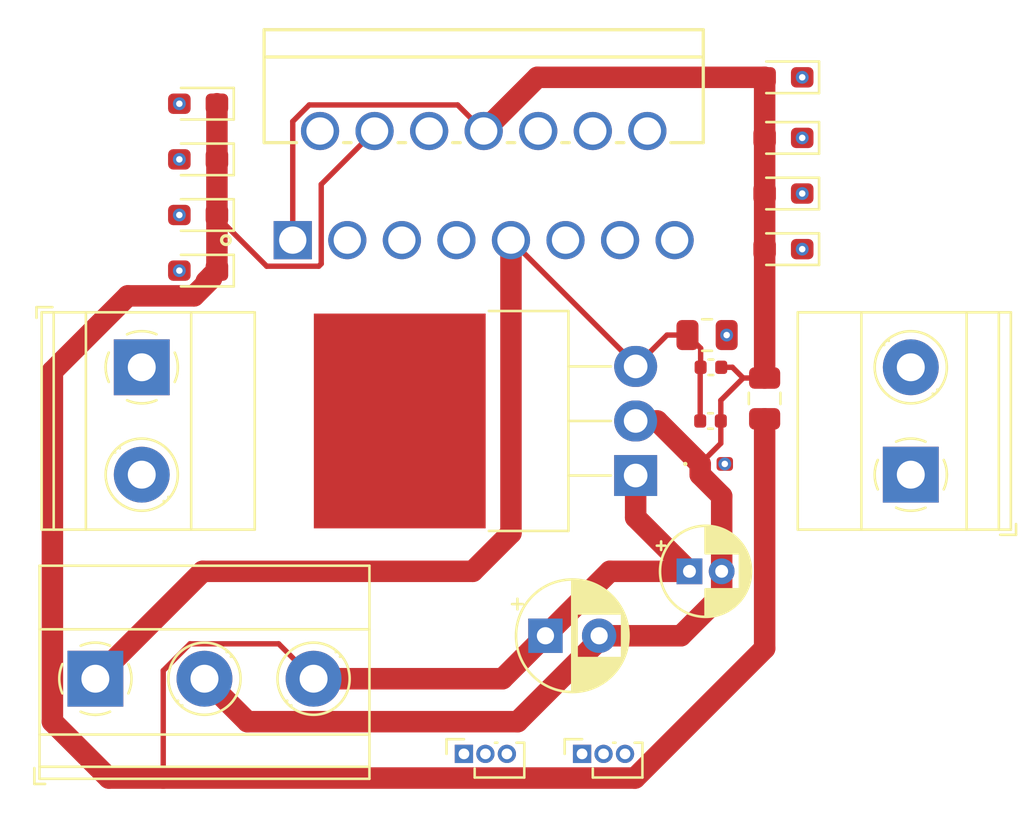
<source format=kicad_pcb>
(kicad_pcb (version 20240108) (generator "pcbnew") (generator_version "8.0")
  (layers (0 "F.Cu" power "GND") (1 "In1.Cu" power "PWR") (2 "In2.Cu" signal "dNets") (31 "B.Cu" signal "pinNets") (34 "B.Paste" user) (35 "F.Paste" user) (36 "B.SilkS" user "B.Silkscreen") (37 "F.SilkS" user "F.Silkscreen") (38 "B.Mask" user) (39 "F.Mask" user) (44 "Edge.Cuts" user))
  (net 0 "")
  (net 1 "+12V")
  (net 2 "GND")
  (net 3 "+5V")
  (net 4 "Net-(D1-A)")
  (net 5 "Net-(D2-A)")
  (net 6 "Net-(D3-A)")
  (net 7 "Net-(D4-A)")
  (net 8 "Net-(D5-A)")
  (net 9 "Net-(J3-Pin_3)")
  (net 10 "Net-(J3-Pin_2)")
  (net 11 "Net-(J3-Pin_1)")
  (net 12 "Net-(J4-Pin_1)")
  (net 13 "Net-(J4-Pin_2)")
  (net 14 "Net-(J4-Pin_3)")
  (footprint "TerminalBlock_Phoenix:TerminalBlock_Phoenix_MKDS-1,5-3-5.08_1x03_P5.08mm_Horizontal" (layer "F.Cu") (at 122.84 86.5)
    (property "Reference" "J5" (hide yes))
    (property "Value" "Conn_01x03" (hide yes))
    (fp_line (start -2.84 4.16) (end -2.84 4.9) (stroke (width 0.12)) (layer "F.SilkS"))
    (fp_line (start -2.84 4.9) (end -2.34 4.9) (stroke (width 0.12)) (layer "F.SilkS"))
    (fp_line (start -2.6 -5.261) (end -2.6 4.66) (stroke (width 0.12)) (layer "F.SilkS"))
    (fp_line (start -2.6 -5.261) (end 12.76 -5.261) (stroke (width 0.12)) (layer "F.SilkS"))
    (fp_line (start -2.6 -2.301) (end 12.76 -2.301) (stroke (width 0.12)) (layer "F.SilkS"))
    (fp_line (start -2.6 2.6) (end 12.76 2.6) (stroke (width 0.12)) (layer "F.SilkS"))
    (fp_line (start -2.6 4.1) (end 12.76 4.1) (stroke (width 0.12)) (layer "F.SilkS"))
    (fp_line (start -2.6 4.66) (end 12.76 4.66) (stroke (width 0.12)) (layer "F.SilkS"))
    (fp_line (start 3.853 1.023) (end 3.806 1.069) (stroke (width 0.12)) (layer "F.SilkS"))
    (fp_line (start 4.046 1.239) (end 4.011 1.274) (stroke (width 0.12)) (layer "F.SilkS"))
    (fp_line (start 6.15 -1.275) (end 6.115 -1.239) (stroke (width 0.12)) (layer "F.SilkS"))
    (fp_line (start 6.355 -1.069) (end 6.308 -1.023) (stroke (width 0.12)) (layer "F.SilkS"))
    (fp_line (start 8.933 1.023) (end 8.886 1.069) (stroke (width 0.12)) (layer "F.SilkS"))
    (fp_line (start 9.126 1.239) (end 9.091 1.274) (stroke (width 0.12)) (layer "F.SilkS"))
    (fp_line (start 11.23 -1.275) (end 11.195 -1.239) (stroke (width 0.12)) (layer "F.SilkS"))
    (fp_line (start 11.435 -1.069) (end 11.388 -1.023) (stroke (width 0.12)) (layer "F.SilkS"))
    (fp_line (start 12.76 -5.261) (end 12.76 4.66) (stroke (width 0.12)) (layer "F.SilkS"))
    (fp_arc (start -1.535427 0.683042) (mid -1.680501 -0.000524) (end -1.535 -0.684) (stroke (width 0.12)) (layer "F.SilkS"))
    (fp_arc (start -0.683042 -1.535427) (mid 0.000524 -1.680501) (end 0.684 -1.535) (stroke (width 0.12)) (layer "F.SilkS"))
    (fp_arc (start 0.028805 1.680253) (mid -0.335551 1.646659) (end -0.684 1.535) (stroke (width 0.12)) (layer "F.SilkS"))
    (fp_arc (start 0.683318 1.534756) (mid 0.349292 1.643288) (end 0 1.68) (stroke (width 0.12)) (layer "F.SilkS"))
    (fp_arc (start 1.535427 -0.683042) (mid 1.680501 0.000524) (end 1.535 0.684) (stroke (width 0.12)) (layer "F.SilkS"))
    (fp_circle (center 5.08 0) (end 6.76 0) (stroke (width 0.12)) (fill none) (layer "F.SilkS"))
    (fp_circle (center 10.16 0) (end 11.84 0) (stroke (width 0.12)) (fill none) (layer "F.SilkS"))
    (pad "1" thru_hole rect (at 0 0) (size 2.6 2.6) (drill 1.3) (layers "*.Cu" "*.Mask") (net 3 "+5V"))
    (pad "2" thru_hole circle (at 5.08 0) (size 2.6 2.6) (drill 1.3) (layers "*.Cu" "*.Mask") (net 2 "GND"))
    (pad "3" thru_hole circle (at 10.16 0) (size 2.6 2.6) (drill 1.3) (layers "*.Cu" "*.Mask") (net 1 "+12V"))
  )
  (footprint "Diode_SMD:D_0603_1608Metric_Pad1.05x0.95mm_HandSolder" (layer "F.Cu") (at 154.875 66.5 180)
    (property "Reference" "D6" (hide yes))
    (property "Value" "1N4001" (hide yes))
    (fp_line (start 0.8 -0.735) (end -1.66 -0.735) (stroke (width 0.12)) (layer "F.SilkS"))
    (fp_line (start -1.66 0.735) (end 0.8 0.735) (stroke (width 0.12)) (layer "F.SilkS"))
    (fp_line (start -1.66 -0.735) (end -1.66 0.735) (stroke (width 0.12)) (layer "F.SilkS"))
    (pad "1" smd roundrect (at -0.875 0 180) (size 1.05 0.95) (layers "F.Cu" "F.Paste" "F.Mask") (net 5 "Net-(D2-A)"))
    (pad "2" smd roundrect (at 0.875 0 180) (size 1.05 0.95) (layers "F.Cu" "F.Paste" "F.Mask") (net 2 "GND"))
  )
  (footprint "Diode_SMD:D_0603_1608Metric_Pad1.05x0.95mm_HandSolder" (layer "F.Cu") (at 127.625 59.73 180)
    (property "Reference" "D5" (hide yes))
    (property "Value" "1N4001" (hide yes))
    (fp_line (start 0.8 -0.735) (end -1.66 -0.735) (stroke (width 0.12)) (layer "F.SilkS"))
    (fp_line (start -1.66 0.735) (end 0.8 0.735) (stroke (width 0.12)) (layer "F.SilkS"))
    (fp_line (start -1.66 -0.735) (end -1.66 0.735) (stroke (width 0.12)) (layer "F.SilkS"))
    (pad "1" smd roundrect (at -0.875 0 180) (size 1.05 0.95) (layers "F.Cu" "F.Paste" "F.Mask") (net 1 "+12V"))
    (pad "2" smd roundrect (at 0.875 0 180) (size 1.05 0.95) (layers "F.Cu" "F.Paste" "F.Mask") (net 8 "Net-(D5-A)"))
  )
  (footprint "Capacitor_THT:CP_Radial_D5.0mm_P2.50mm" (layer "F.Cu") (at 143.794888 84.5)
    (property "Reference" "C1" (hide yes))
    (property "Value" "1000µF" (hide yes))
    (fp_line (start -1.554775 -1.475) (end -1.054775 -1.475) (stroke (width 0.12)) (layer "F.SilkS"))
    (fp_line (start -1.304775 -1.725) (end -1.304775 -1.225) (stroke (width 0.12)) (layer "F.SilkS"))
    (fp_line (start 1.25 -2.58) (end 1.25 2.58) (stroke (width 0.12)) (layer "F.SilkS"))
    (fp_line (start 1.29 -2.58) (end 1.29 2.58) (stroke (width 0.12)) (layer "F.SilkS"))
    (fp_line (start 1.33 -2.579) (end 1.33 2.579) (stroke (width 0.12)) (layer "F.SilkS"))
    (fp_line (start 1.37 -2.578) (end 1.37 2.578) (stroke (width 0.12)) (layer "F.SilkS"))
    (fp_line (start 1.41 -2.576) (end 1.41 2.576) (stroke (width 0.12)) (layer "F.SilkS"))
    (fp_line (start 1.45 -2.573) (end 1.45 2.573) (stroke (width 0.12)) (layer "F.SilkS"))
    (fp_line (start 1.49 -2.569) (end 1.49 -1.04) (stroke (width 0.12)) (layer "F.SilkS"))
    (fp_line (start 1.49 1.04) (end 1.49 2.569) (stroke (width 0.12)) (layer "F.SilkS"))
    (fp_line (start 1.53 -2.565) (end 1.53 -1.04) (stroke (width 0.12)) (layer "F.SilkS"))
    (fp_line (start 1.53 1.04) (end 1.53 2.565) (stroke (width 0.12)) (layer "F.SilkS"))
    (fp_line (start 1.57 -2.561) (end 1.57 -1.04) (stroke (width 0.12)) (layer "F.SilkS"))
    (fp_line (start 1.57 1.04) (end 1.57 2.561) (stroke (width 0.12)) (layer "F.SilkS"))
    (fp_line (start 1.61 -2.556) (end 1.61 -1.04) (stroke (width 0.12)) (layer "F.SilkS"))
    (fp_line (start 1.61 1.04) (end 1.61 2.556) (stroke (width 0.12)) (layer "F.SilkS"))
    (fp_line (start 1.65 -2.55) (end 1.65 -1.04) (stroke (width 0.12)) (layer "F.SilkS"))
    (fp_line (start 1.65 1.04) (end 1.65 2.55) (stroke (width 0.12)) (layer "F.SilkS"))
    (fp_line (start 1.69 -2.543) (end 1.69 -1.04) (stroke (width 0.12)) (layer "F.SilkS"))
    (fp_line (start 1.69 1.04) (end 1.69 2.543) (stroke (width 0.12)) (layer "F.SilkS"))
    (fp_line (start 1.73 -2.536) (end 1.73 -1.04) (stroke (width 0.12)) (layer "F.SilkS"))
    (fp_line (start 1.73 1.04) (end 1.73 2.536) (stroke (width 0.12)) (layer "F.SilkS"))
    (fp_line (start 1.77 -2.528) (end 1.77 -1.04) (stroke (width 0.12)) (layer "F.SilkS"))
    (fp_line (start 1.77 1.04) (end 1.77 2.528) (stroke (width 0.12)) (layer "F.SilkS"))
    (fp_line (start 1.81 -2.52) (end 1.81 -1.04) (stroke (width 0.12)) (layer "F.SilkS"))
    (fp_line (start 1.81 1.04) (end 1.81 2.52) (stroke (width 0.12)) (layer "F.SilkS"))
    (fp_line (start 1.85 -2.511) (end 1.85 -1.04) (stroke (width 0.12)) (layer "F.SilkS"))
    (fp_line (start 1.85 1.04) (end 1.85 2.511) (stroke (width 0.12)) (layer "F.SilkS"))
    (fp_line (start 1.89 -2.501) (end 1.89 -1.04) (stroke (width 0.12)) (layer "F.SilkS"))
    (fp_line (start 1.89 1.04) (end 1.89 2.501) (stroke (width 0.12)) (layer "F.SilkS"))
    (fp_line (start 1.93 -2.491) (end 1.93 -1.04) (stroke (width 0.12)) (layer "F.SilkS"))
    (fp_line (start 1.93 1.04) (end 1.93 2.491) (stroke (width 0.12)) (layer "F.SilkS"))
    (fp_line (start 1.971 -2.48) (end 1.971 -1.04) (stroke (width 0.12)) (layer "F.SilkS"))
    (fp_line (start 1.971 1.04) (end 1.971 2.48) (stroke (width 0.12)) (layer "F.SilkS"))
    (fp_line (start 2.011 -2.468) (end 2.011 -1.04) (stroke (width 0.12)) (layer "F.SilkS"))
    (fp_line (start 2.011 1.04) (end 2.011 2.468) (stroke (width 0.12)) (layer "F.SilkS"))
    (fp_line (start 2.051 -2.455) (end 2.051 -1.04) (stroke (width 0.12)) (layer "F.SilkS"))
    (fp_line (start 2.051 1.04) (end 2.051 2.455) (stroke (width 0.12)) (layer "F.SilkS"))
    (fp_line (start 2.091 -2.442) (end 2.091 -1.04) (stroke (width 0.12)) (layer "F.SilkS"))
    (fp_line (start 2.091 1.04) (end 2.091 2.442) (stroke (width 0.12)) (layer "F.SilkS"))
    (fp_line (start 2.131 -2.428) (end 2.131 -1.04) (stroke (width 0.12)) (layer "F.SilkS"))
    (fp_line (start 2.131 1.04) (end 2.131 2.428) (stroke (width 0.12)) (layer "F.SilkS"))
    (fp_line (start 2.171 -2.414) (end 2.171 -1.04) (stroke (width 0.12)) (layer "F.SilkS"))
    (fp_line (start 2.171 1.04) (end 2.171 2.414) (stroke (width 0.12)) (layer "F.SilkS"))
    (fp_line (start 2.211 -2.398) (end 2.211 -1.04) (stroke (width 0.12)) (layer "F.SilkS"))
    (fp_line (start 2.211 1.04) (end 2.211 2.398) (stroke (width 0.12)) (layer "F.SilkS"))
    (fp_line (start 2.251 -2.382) (end 2.251 -1.04) (stroke (width 0.12)) (layer "F.SilkS"))
    (fp_line (start 2.251 1.04) (end 2.251 2.382) (stroke (width 0.12)) (layer "F.SilkS"))
    (fp_line (start 2.291 -2.365) (end 2.291 -1.04) (stroke (width 0.12)) (layer "F.SilkS"))
    (fp_line (start 2.291 1.04) (end 2.291 2.365) (stroke (width 0.12)) (layer "F.SilkS"))
    (fp_line (start 2.331 -2.348) (end 2.331 -1.04) (stroke (width 0.12)) (layer "F.SilkS"))
    (fp_line (start 2.331 1.04) (end 2.331 2.348) (stroke (width 0.12)) (layer "F.SilkS"))
    (fp_line (start 2.371 -2.329) (end 2.371 -1.04) (stroke (width 0.12)) (layer "F.SilkS"))
    (fp_line (start 2.371 1.04) (end 2.371 2.329) (stroke (width 0.12)) (layer "F.SilkS"))
    (fp_line (start 2.411 -2.31) (end 2.411 -1.04) (stroke (width 0.12)) (layer "F.SilkS"))
    (fp_line (start 2.411 1.04) (end 2.411 2.31) (stroke (width 0.12)) (layer "F.SilkS"))
    (fp_line (start 2.451 -2.29) (end 2.451 -1.04) (stroke (width 0.12)) (layer "F.SilkS"))
    (fp_line (start 2.451 1.04) (end 2.451 2.29) (stroke (width 0.12)) (layer "F.SilkS"))
    (fp_line (start 2.491 -2.268) (end 2.491 -1.04) (stroke (width 0.12)) (layer "F.SilkS"))
    (fp_line (start 2.491 1.04) (end 2.491 2.268) (stroke (width 0.12)) (layer "F.SilkS"))
    (fp_line (start 2.531 -2.247) (end 2.531 -1.04) (stroke (width 0.12)) (layer "F.SilkS"))
    (fp_line (start 2.531 1.04) (end 2.531 2.247) (stroke (width 0.12)) (layer "F.SilkS"))
    (fp_line (start 2.571 -2.224) (end 2.571 -1.04) (stroke (width 0.12)) (layer "F.SilkS"))
    (fp_line (start 2.571 1.04) (end 2.571 2.224) (stroke (width 0.12)) (layer "F.SilkS"))
    (fp_line (start 2.611 -2.2) (end 2.611 -1.04) (stroke (width 0.12)) (layer "F.SilkS"))
    (fp_line (start 2.611 1.04) (end 2.611 2.2) (stroke (width 0.12)) (layer "F.SilkS"))
    (fp_line (start 2.651 -2.175) (end 2.651 -1.04) (stroke (width 0.12)) (layer "F.SilkS"))
    (fp_line (start 2.651 1.04) (end 2.651 2.175) (stroke (width 0.12)) (layer "F.SilkS"))
    (fp_line (start 2.691 -2.149) (end 2.691 -1.04) (stroke (width 0.12)) (layer "F.SilkS"))
    (fp_line (start 2.691 1.04) (end 2.691 2.149) (stroke (width 0.12)) (layer "F.SilkS"))
    (fp_line (start 2.731 -2.122) (end 2.731 -1.04) (stroke (width 0.12)) (layer "F.SilkS"))
    (fp_line (start 2.731 1.04) (end 2.731 2.122) (stroke (width 0.12)) (layer "F.SilkS"))
    (fp_line (start 2.771 -2.095) (end 2.771 -1.04) (stroke (width 0.12)) (layer "F.SilkS"))
    (fp_line (start 2.771 1.04) (end 2.771 2.095) (stroke (width 0.12)) (layer "F.SilkS"))
    (fp_line (start 2.811 -2.065) (end 2.811 -1.04) (stroke (width 0.12)) (layer "F.SilkS"))
    (fp_line (start 2.811 1.04) (end 2.811 2.065) (stroke (width 0.12)) (layer "F.SilkS"))
    (fp_line (start 2.851 -2.035) (end 2.851 -1.04) (stroke (width 0.12)) (layer "F.SilkS"))
    (fp_line (start 2.851 1.04) (end 2.851 2.035) (stroke (width 0.12)) (layer "F.SilkS"))
    (fp_line (start 2.891 -2.004) (end 2.891 -1.04) (stroke (width 0.12)) (layer "F.SilkS"))
    (fp_line (start 2.891 1.04) (end 2.891 2.004) (stroke (width 0.12)) (layer "F.SilkS"))
    (fp_line (start 2.931 -1.971) (end 2.931 -1.04) (stroke (width 0.12)) (layer "F.SilkS"))
    (fp_line (start 2.931 1.04) (end 2.931 1.971) (stroke (width 0.12)) (layer "F.SilkS"))
    (fp_line (start 2.971 -1.937) (end 2.971 -1.04) (stroke (width 0.12)) (layer "F.SilkS"))
    (fp_line (start 2.971 1.04) (end 2.971 1.937) (stroke (width 0.12)) (layer "F.SilkS"))
    (fp_line (start 3.011 -1.901) (end 3.011 -1.04) (stroke (width 0.12)) (layer "F.SilkS"))
    (fp_line (start 3.011 1.04) (end 3.011 1.901) (stroke (width 0.12)) (layer "F.SilkS"))
    (fp_line (start 3.051 -1.864) (end 3.051 -1.04) (stroke (width 0.12)) (layer "F.SilkS"))
    (fp_line (start 3.051 1.04) (end 3.051 1.864) (stroke (width 0.12)) (layer "F.SilkS"))
    (fp_line (start 3.091 -1.826) (end 3.091 -1.04) (stroke (width 0.12)) (layer "F.SilkS"))
    (fp_line (start 3.091 1.04) (end 3.091 1.826) (stroke (width 0.12)) (layer "F.SilkS"))
    (fp_line (start 3.131 -1.785) (end 3.131 -1.04) (stroke (width 0.12)) (layer "F.SilkS"))
    (fp_line (start 3.131 1.04) (end 3.131 1.785) (stroke (width 0.12)) (layer "F.SilkS"))
    (fp_line (start 3.171 -1.743) (end 3.171 -1.04) (stroke (width 0.12)) (layer "F.SilkS"))
    (fp_line (start 3.171 1.04) (end 3.171 1.743) (stroke (width 0.12)) (layer "F.SilkS"))
    (fp_line (start 3.211 -1.699) (end 3.211 -1.04) (stroke (width 0.12)) (layer "F.SilkS"))
    (fp_line (start 3.211 1.04) (end 3.211 1.699) (stroke (width 0.12)) (layer "F.SilkS"))
    (fp_line (start 3.251 -1.653) (end 3.251 -1.04) (stroke (width 0.12)) (layer "F.SilkS"))
    (fp_line (start 3.251 1.04) (end 3.251 1.653) (stroke (width 0.12)) (layer "F.SilkS"))
    (fp_line (start 3.291 -1.605) (end 3.291 -1.04) (stroke (width 0.12)) (layer "F.SilkS"))
    (fp_line (start 3.291 1.04) (end 3.291 1.605) (stroke (width 0.12)) (layer "F.SilkS"))
    (fp_line (start 3.331 -1.554) (end 3.331 -1.04) (stroke (width 0.12)) (layer "F.SilkS"))
    (fp_line (start 3.331 1.04) (end 3.331 1.554) (stroke (width 0.12)) (layer "F.SilkS"))
    (fp_line (start 3.371 -1.5) (end 3.371 -1.04) (stroke (width 0.12)) (layer "F.SilkS"))
    (fp_line (start 3.371 1.04) (end 3.371 1.5) (stroke (width 0.12)) (layer "F.SilkS"))
    (fp_line (start 3.411 -1.443) (end 3.411 -1.04) (stroke (width 0.12)) (layer "F.SilkS"))
    (fp_line (start 3.411 1.04) (end 3.411 1.443) (stroke (width 0.12)) (layer "F.SilkS"))
    (fp_line (start 3.451 -1.383) (end 3.451 -1.04) (stroke (width 0.12)) (layer "F.SilkS"))
    (fp_line (start 3.451 1.04) (end 3.451 1.383) (stroke (width 0.12)) (layer "F.SilkS"))
    (fp_line (start 3.491 -1.319) (end 3.491 -1.04) (stroke (width 0.12)) (layer "F.SilkS"))
    (fp_line (start 3.491 1.04) (end 3.491 1.319) (stroke (width 0.12)) (layer "F.SilkS"))
    (fp_line (start 3.531 -1.251) (end 3.531 -1.04) (stroke (width 0.12)) (layer "F.SilkS"))
    (fp_line (start 3.531 1.04) (end 3.531 1.251) (stroke (width 0.12)) (layer "F.SilkS"))
    (fp_line (start 3.571 -1.178) (end 3.571 1.178) (stroke (width 0.12)) (layer "F.SilkS"))
    (fp_line (start 3.611 -1.098) (end 3.611 1.098) (stroke (width 0.12)) (layer "F.SilkS"))
    (fp_line (start 3.651 -1.011) (end 3.651 1.011) (stroke (width 0.12)) (layer "F.SilkS"))
    (fp_line (start 3.691 -0.915) (end 3.691 0.915) (stroke (width 0.12)) (layer "F.SilkS"))
    (fp_line (start 3.731 -0.805) (end 3.731 0.805) (stroke (width 0.12)) (layer "F.SilkS"))
    (fp_line (start 3.771 -0.677) (end 3.771 0.677) (stroke (width 0.12)) (layer "F.SilkS"))
    (fp_line (start 3.811 -0.518) (end 3.811 0.518) (stroke (width 0.12)) (layer "F.SilkS"))
    (fp_line (start 3.851 -0.284) (end 3.851 0.284) (stroke (width 0.12)) (layer "F.SilkS"))
    (fp_circle (center 1.25 0) (end 3.87 0) (stroke (width 0.12)) (fill none) (layer "F.SilkS"))
    (pad "1" thru_hole rect (at 0 0) (size 1.6 1.6) (drill 0.8) (layers "*.Cu" "*.Mask") (net 1 "+12V"))
    (pad "2" thru_hole circle (at 2.5 0) (size 1.6 1.6) (drill 0.8) (layers "*.Cu" "*.Mask") (net 2 "GND"))
  )
  (footprint "Capacitor_SMD:C_0805_2012Metric" (layer "F.Cu") (at 154 73.45 90)
    (property "Reference" "C5" (hide yes))
    (property "Value" "220 µF" (hide yes))
    (fp_line (start -0.261252 -0.735) (end 0.261252 -0.735) (stroke (width 0.12)) (layer "F.SilkS"))
    (fp_line (start -0.261252 0.735) (end 0.261252 0.735) (stroke (width 0.12)) (layer "F.SilkS"))
    (pad "1" smd roundrect (at -0.95 0 90) (size 1 1.45) (layers "F.Cu" "F.Paste" "F.Mask") (net 1 "+12V"))
    (pad "2" smd roundrect (at 0.95 0 90) (size 1 1.45) (layers "F.Cu" "F.Paste" "F.Mask") (net 2 "GND"))
  )
  (footprint "Capacitor_SMD:C_0402_1005Metric" (layer "F.Cu") (at 151.5 72)
    (property "Reference" "C3" (hide yes))
    (property "Value" "1µF" (hide yes))
    (fp_line (start -0.107836 -0.36) (end 0.107836 -0.36) (stroke (width 0.12)) (layer "F.SilkS"))
    (fp_line (start -0.107836 0.36) (end 0.107836 0.36) (stroke (width 0.12)) (layer "F.SilkS"))
    (pad "1" smd roundrect (at -0.48 0) (size 0.56 0.62) (layers "F.Cu" "F.Paste" "F.Mask") (net 3 "+5V"))
    (pad "2" smd roundrect (at 0.48 0) (size 0.56 0.62) (layers "F.Cu" "F.Paste" "F.Mask") (net 2 "GND"))
  )
  (footprint "Diode_SMD:D_0603_1608Metric_Pad1.05x0.95mm_HandSolder" (layer "F.Cu") (at 154.875 63.91 180)
    (property "Reference" "D7" (hide yes))
    (property "Value" "1N4001" (hide yes))
    (fp_line (start 0.8 -0.735) (end -1.66 -0.735) (stroke (width 0.12)) (layer "F.SilkS"))
    (fp_line (start -1.66 0.735) (end 0.8 0.735) (stroke (width 0.12)) (layer "F.SilkS"))
    (fp_line (start -1.66 -0.735) (end -1.66 0.735) (stroke (width 0.12)) (layer "F.SilkS"))
    (pad "1" smd roundrect (at -0.875 0 180) (size 1.05 0.95) (layers "F.Cu" "F.Paste" "F.Mask") (net 6 "Net-(D3-A)"))
    (pad "2" smd roundrect (at 0.875 0 180) (size 1.05 0.95) (layers "F.Cu" "F.Paste" "F.Mask") (net 2 "GND"))
  )
  (footprint "LED_SMD:LED_0402_1005Metric_Pad0.77x0.64mm_HandSolder" (layer "F.Cu") (at 151.5725 76.5)
    (property "Reference" "D1" (hide yes))
    (property "Value" "LED_Small_Filled" (hide yes))
    (fp_circle (center -1.265 0) (end -1.215 0) (stroke (width 0.1)) (fill none) (layer "F.SilkS"))
    (pad "1" smd roundrect (at -0.5725 0) (size 0.765 0.64) (layers "F.Cu" "F.Paste" "F.Mask") (net 2 "GND"))
    (pad "2" smd roundrect (at 0.5725 0) (size 0.765 0.64) (layers "F.Cu" "F.Paste" "F.Mask") (net 4 "Net-(D1-A)"))
  )
  (footprint "Connector_PinSocket_1.00mm:PinSocket_1x03_P1.00mm_Vertical" (layer "F.Cu") (at 140 90 90)
    (property "Reference" "J3" (hide yes))
    (property "Value" "Conn_01x03" (hide yes))
    (fp_line (start 0.685 -0.81) (end 0.685 0) (stroke (width 0.12)) (layer "F.SilkS"))
    (fp_line (start 0 -0.81) (end 0.685 -0.81) (stroke (width 0.12)) (layer "F.SilkS"))
    (fp_line (start -1.1 0.5) (end -0.685 0.5) (stroke (width 0.12)) (layer "F.SilkS"))
    (fp_line (start -1.1 0.5) (end -1.1 2.81) (stroke (width 0.12)) (layer "F.SilkS"))
    (fp_line (start 0.52 1.445898) (end 0.52 1.554102) (stroke (width 0.12)) (layer "F.SilkS"))
    (fp_line (start 0.52 2.445898) (end 0.52 2.81) (stroke (width 0.12)) (layer "F.SilkS"))
    (fp_line (start -1.1 2.81) (end 0.52 2.81) (stroke (width 0.12)) (layer "F.SilkS"))
    (pad "1" thru_hole rect (at 0 0 90) (size 0.85 0.85) (drill 0.5) (layers "*.Cu" "*.Mask") (net 11 "Net-(J3-Pin_1)"))
    (pad "2" thru_hole oval (at 0 1 90) (size 0.85 0.85) (drill 0.5) (layers "*.Cu" "*.Mask") (net 10 "Net-(J3-Pin_2)"))
    (pad "3" thru_hole oval (at 0 2 90) (size 0.85 0.85) (drill 0.5) (layers "*.Cu" "*.Mask") (net 9 "Net-(J3-Pin_3)"))
  )
  (footprint "Diode_SMD:D_0603_1608Metric_Pad1.05x0.95mm_HandSolder" (layer "F.Cu") (at 154.875 61.32 180)
    (property "Reference" "D8" (hide yes))
    (property "Value" "1N4001" (hide yes))
    (fp_line (start 0.8 -0.735) (end -1.66 -0.735) (stroke (width 0.12)) (layer "F.SilkS"))
    (fp_line (start -1.66 0.735) (end 0.8 0.735) (stroke (width 0.12)) (layer "F.SilkS"))
    (fp_line (start -1.66 -0.735) (end -1.66 0.735) (stroke (width 0.12)) (layer "F.SilkS"))
    (pad "1" smd roundrect (at -0.875 0 180) (size 1.05 0.95) (layers "F.Cu" "F.Paste" "F.Mask") (net 7 "Net-(D4-A)"))
    (pad "2" smd roundrect (at 0.875 0 180) (size 1.05 0.95) (layers "F.Cu" "F.Paste" "F.Mask") (net 2 "GND"))
  )
  (footprint "Capacitor_THT:CP_Radial_D4.0mm_P1.50mm" (layer "F.Cu") (at 150.5 81.5)
    (property "Reference" "C2" (hide yes))
    (property "Value" "10µF" (hide yes))
    (fp_line (start -1.519801 -1.195) (end -1.119801 -1.195) (stroke (width 0.12)) (layer "F.SilkS"))
    (fp_line (start -1.319801 -1.395) (end -1.319801 -0.995) (stroke (width 0.12)) (layer "F.SilkS"))
    (fp_line (start 0.75 -2.08) (end 0.75 -0.84) (stroke (width 0.12)) (layer "F.SilkS"))
    (fp_line (start 0.75 0.84) (end 0.75 2.08) (stroke (width 0.12)) (layer "F.SilkS"))
    (fp_line (start 0.79 -2.08) (end 0.79 -0.84) (stroke (width 0.12)) (layer "F.SilkS"))
    (fp_line (start 0.79 0.84) (end 0.79 2.08) (stroke (width 0.12)) (layer "F.SilkS"))
    (fp_line (start 0.83 -2.079) (end 0.83 -0.84) (stroke (width 0.12)) (layer "F.SilkS"))
    (fp_line (start 0.83 0.84) (end 0.83 2.079) (stroke (width 0.12)) (layer "F.SilkS"))
    (fp_line (start 0.87 -2.077) (end 0.87 -0.84) (stroke (width 0.12)) (layer "F.SilkS"))
    (fp_line (start 0.87 0.84) (end 0.87 2.077) (stroke (width 0.12)) (layer "F.SilkS"))
    (fp_line (start 0.91 -2.074) (end 0.91 -0.84) (stroke (width 0.12)) (layer "F.SilkS"))
    (fp_line (start 0.91 0.84) (end 0.91 2.074) (stroke (width 0.12)) (layer "F.SilkS"))
    (fp_line (start 0.95 -2.071) (end 0.95 -0.84) (stroke (width 0.12)) (layer "F.SilkS"))
    (fp_line (start 0.95 0.84) (end 0.95 2.071) (stroke (width 0.12)) (layer "F.SilkS"))
    (fp_line (start 0.99 -2.067) (end 0.99 -0.84) (stroke (width 0.12)) (layer "F.SilkS"))
    (fp_line (start 0.99 0.84) (end 0.99 2.067) (stroke (width 0.12)) (layer "F.SilkS"))
    (fp_line (start 1.03 -2.062) (end 1.03 -0.84) (stroke (width 0.12)) (layer "F.SilkS"))
    (fp_line (start 1.03 0.84) (end 1.03 2.062) (stroke (width 0.12)) (layer "F.SilkS"))
    (fp_line (start 1.07 -2.056) (end 1.07 -0.84) (stroke (width 0.12)) (layer "F.SilkS"))
    (fp_line (start 1.07 0.84) (end 1.07 2.056) (stroke (width 0.12)) (layer "F.SilkS"))
    (fp_line (start 1.11 -2.05) (end 1.11 -0.84) (stroke (width 0.12)) (layer "F.SilkS"))
    (fp_line (start 1.11 0.84) (end 1.11 2.05) (stroke (width 0.12)) (layer "F.SilkS"))
    (fp_line (start 1.15 -2.042) (end 1.15 -0.84) (stroke (width 0.12)) (layer "F.SilkS"))
    (fp_line (start 1.15 0.84) (end 1.15 2.042) (stroke (width 0.12)) (layer "F.SilkS"))
    (fp_line (start 1.19 -2.034) (end 1.19 -0.84) (stroke (width 0.12)) (layer "F.SilkS"))
    (fp_line (start 1.19 0.84) (end 1.19 2.034) (stroke (width 0.12)) (layer "F.SilkS"))
    (fp_line (start 1.23 -2.025) (end 1.23 -0.84) (stroke (width 0.12)) (layer "F.SilkS"))
    (fp_line (start 1.23 0.84) (end 1.23 2.025) (stroke (width 0.12)) (layer "F.SilkS"))
    (fp_line (start 1.27 -2.016) (end 1.27 -0.84) (stroke (width 0.12)) (layer "F.SilkS"))
    (fp_line (start 1.27 0.84) (end 1.27 2.016) (stroke (width 0.12)) (layer "F.SilkS"))
    (fp_line (start 1.31 -2.005) (end 1.31 -0.84) (stroke (width 0.12)) (layer "F.SilkS"))
    (fp_line (start 1.31 0.84) (end 1.31 2.005) (stroke (width 0.12)) (layer "F.SilkS"))
    (fp_line (start 1.35 -1.994) (end 1.35 -0.84) (stroke (width 0.12)) (layer "F.SilkS"))
    (fp_line (start 1.35 0.84) (end 1.35 1.994) (stroke (width 0.12)) (layer "F.SilkS"))
    (fp_line (start 1.39 -1.982) (end 1.39 -0.84) (stroke (width 0.12)) (layer "F.SilkS"))
    (fp_line (start 1.39 0.84) (end 1.39 1.982) (stroke (width 0.12)) (layer "F.SilkS"))
    (fp_line (start 1.43 -1.968) (end 1.43 -0.84) (stroke (width 0.12)) (layer "F.SilkS"))
    (fp_line (start 1.43 0.84) (end 1.43 1.968) (stroke (width 0.12)) (layer "F.SilkS"))
    (fp_line (start 1.471 -1.954) (end 1.471 -0.84) (stroke (width 0.12)) (layer "F.SilkS"))
    (fp_line (start 1.471 0.84) (end 1.471 1.954) (stroke (width 0.12)) (layer "F.SilkS"))
    (fp_line (start 1.511 -1.94) (end 1.511 -0.84) (stroke (width 0.12)) (layer "F.SilkS"))
    (fp_line (start 1.511 0.84) (end 1.511 1.94) (stroke (width 0.12)) (layer "F.SilkS"))
    (fp_line (start 1.551 -1.924) (end 1.551 -0.84) (stroke (width 0.12)) (layer "F.SilkS"))
    (fp_line (start 1.551 0.84) (end 1.551 1.924) (stroke (width 0.12)) (layer "F.SilkS"))
    (fp_line (start 1.591 -1.907) (end 1.591 -0.84) (stroke (width 0.12)) (layer "F.SilkS"))
    (fp_line (start 1.591 0.84) (end 1.591 1.907) (stroke (width 0.12)) (layer "F.SilkS"))
    (fp_line (start 1.631 -1.889) (end 1.631 -0.84) (stroke (width 0.12)) (layer "F.SilkS"))
    (fp_line (start 1.631 0.84) (end 1.631 1.889) (stroke (width 0.12)) (layer "F.SilkS"))
    (fp_line (start 1.671 -1.87) (end 1.671 -0.84) (stroke (width 0.12)) (layer "F.SilkS"))
    (fp_line (start 1.671 0.84) (end 1.671 1.87) (stroke (width 0.12)) (layer "F.SilkS"))
    (fp_line (start 1.711 -1.851) (end 1.711 -0.84) (stroke (width 0.12)) (layer "F.SilkS"))
    (fp_line (start 1.711 0.84) (end 1.711 1.851) (stroke (width 0.12)) (layer "F.SilkS"))
    (fp_line (start 1.751 -1.83) (end 1.751 -0.84) (stroke (width 0.12)) (layer "F.SilkS"))
    (fp_line (start 1.751 0.84) (end 1.751 1.83) (stroke (width 0.12)) (layer "F.SilkS"))
    (fp_line (start 1.791 -1.808) (end 1.791 -0.84) (stroke (width 0.12)) (layer "F.SilkS"))
    (fp_line (start 1.791 0.84) (end 1.791 1.808) (stroke (width 0.12)) (layer "F.SilkS"))
    (fp_line (start 1.831 -1.785) (end 1.831 -0.84) (stroke (width 0.12)) (layer "F.SilkS"))
    (fp_line (start 1.831 0.84) (end 1.831 1.785) (stroke (width 0.12)) (layer "F.SilkS"))
    (fp_line (start 1.871 -1.76) (end 1.871 -0.84) (stroke (width 0.12)) (layer "F.SilkS"))
    (fp_line (start 1.871 0.84) (end 1.871 1.76) (stroke (width 0.12)) (layer "F.SilkS"))
    (fp_line (start 1.911 -1.735) (end 1.911 -0.84) (stroke (width 0.12)) (layer "F.SilkS"))
    (fp_line (start 1.911 0.84) (end 1.911 1.735) (stroke (width 0.12)) (layer "F.SilkS"))
    (fp_line (start 1.951 -1.708) (end 1.951 -0.84) (stroke (width 0.12)) (layer "F.SilkS"))
    (fp_line (start 1.951 0.84) (end 1.951 1.708) (stroke (width 0.12)) (layer "F.SilkS"))
    (fp_line (start 1.991 -1.68) (end 1.991 -0.84) (stroke (width 0.12)) (layer "F.SilkS"))
    (fp_line (start 1.991 0.84) (end 1.991 1.68) (stroke (width 0.12)) (layer "F.SilkS"))
    (fp_line (start 2.031 -1.65) (end 2.031 -0.84) (stroke (width 0.12)) (layer "F.SilkS"))
    (fp_line (start 2.031 0.84) (end 2.031 1.65) (stroke (width 0.12)) (layer "F.SilkS"))
    (fp_line (start 2.071 -1.619) (end 2.071 -0.84) (stroke (width 0.12)) (layer "F.SilkS"))
    (fp_line (start 2.071 0.84) (end 2.071 1.619) (stroke (width 0.12)) (layer "F.SilkS"))
    (fp_line (start 2.111 -1.587) (end 2.111 -0.84) (stroke (width 0.12)) (layer "F.SilkS"))
    (fp_line (start 2.111 0.84) (end 2.111 1.587) (stroke (width 0.12)) (layer "F.SilkS"))
    (fp_line (start 2.151 -1.552) (end 2.151 -0.84) (stroke (width 0.12)) (layer "F.SilkS"))
    (fp_line (start 2.151 0.84) (end 2.151 1.552) (stroke (width 0.12)) (layer "F.SilkS"))
    (fp_line (start 2.191 -1.516) (end 2.191 -0.84) (stroke (width 0.12)) (layer "F.SilkS"))
    (fp_line (start 2.191 0.84) (end 2.191 1.516) (stroke (width 0.12)) (layer "F.SilkS"))
    (fp_line (start 2.231 -1.478) (end 2.231 -0.84) (stroke (width 0.12)) (layer "F.SilkS"))
    (fp_line (start 2.231 0.84) (end 2.231 1.478) (stroke (width 0.12)) (layer "F.SilkS"))
    (fp_line (start 2.271 -1.438) (end 2.271 -0.84) (stroke (width 0.12)) (layer "F.SilkS"))
    (fp_line (start 2.271 0.84) (end 2.271 1.438) (stroke (width 0.12)) (layer "F.SilkS"))
    (fp_line (start 2.311 -1.396) (end 2.311 -0.84) (stroke (width 0.12)) (layer "F.SilkS"))
    (fp_line (start 2.311 0.84) (end 2.311 1.396) (stroke (width 0.12)) (layer "F.SilkS"))
    (fp_line (start 2.351 -1.351) (end 2.351 1.351) (stroke (width 0.12)) (layer "F.SilkS"))
    (fp_line (start 2.391 -1.304) (end 2.391 1.304) (stroke (width 0.12)) (layer "F.SilkS"))
    (fp_line (start 2.431 -1.254) (end 2.431 1.254) (stroke (width 0.12)) (layer "F.SilkS"))
    (fp_line (start 2.471 -1.2) (end 2.471 1.2) (stroke (width 0.12)) (layer "F.SilkS"))
    (fp_line (start 2.511 -1.142) (end 2.511 1.142) (stroke (width 0.12)) (layer "F.SilkS"))
    (fp_line (start 2.551 -1.08) (end 2.551 1.08) (stroke (width 0.12)) (layer "F.SilkS"))
    (fp_line (start 2.591 -1.013) (end 2.591 1.013) (stroke (width 0.12)) (layer "F.SilkS"))
    (fp_line (start 2.631 -0.94) (end 2.631 0.94) (stroke (width 0.12)) (layer "F.SilkS"))
    (fp_line (start 2.671 -0.859) (end 2.671 0.859) (stroke (width 0.12)) (layer "F.SilkS"))
    (fp_line (start 2.711 -0.768) (end 2.711 0.768) (stroke (width 0.12)) (layer "F.SilkS"))
    (fp_line (start 2.751 -0.664) (end 2.751 0.664) (stroke (width 0.12)) (layer "F.SilkS"))
    (fp_line (start 2.791 -0.537) (end 2.791 0.537) (stroke (width 0.12)) (layer "F.SilkS"))
    (fp_line (start 2.831 -0.37) (end 2.831 0.37) (stroke (width 0.12)) (layer "F.SilkS"))
    (fp_circle (center 0.75 0) (end 2.87 0) (stroke (width 0.12)) (fill none) (layer "F.SilkS"))
    (pad "1" thru_hole rect (at 0 0) (size 1.2 1.2) (drill 0.6) (layers "*.Cu" "*.Mask") (net 1 "+12V"))
    (pad "2" thru_hole circle (at 1.5 0) (size 1.2 1.2) (drill 0.6) (layers "*.Cu" "*.Mask") (net 2 "GND"))
  )
  (footprint "TerminalBlock_Phoenix:TerminalBlock_Phoenix_MKDS-1,5-2_1x02_P5.00mm_Horizontal" (layer "F.Cu") (at 160.805 77 90)
    (property "Reference" "J2" (hide yes))
    (property "Value" "Conn_01x02")
    (fp_line (start 7.56 -5.261) (end 7.56 4.66) (stroke (width 0.12)) (layer "F.SilkS"))
    (fp_line (start -2.56 -5.261) (end 7.56 -5.261) (stroke (width 0.12)) (layer "F.SilkS"))
    (fp_line (start -2.56 -5.261) (end -2.56 4.66) (stroke (width 0.12)) (layer "F.SilkS"))
    (fp_line (start -2.56 -2.301) (end 7.56 -2.301) (stroke (width 0.12)) (layer "F.SilkS"))
    (fp_line (start 6.07 -1.275) (end 6.035 -1.239) (stroke (width 0.12)) (layer "F.SilkS"))
    (fp_line (start 6.275 -1.069) (end 6.228 -1.023) (stroke (width 0.12)) (layer "F.SilkS"))
    (fp_line (start 3.773 1.023) (end 3.726 1.069) (stroke (width 0.12)) (layer "F.SilkS"))
    (fp_line (start 3.966 1.239) (end 3.931 1.274) (stroke (width 0.12)) (layer "F.SilkS"))
    (fp_line (start -2.56 2.6) (end 7.56 2.6) (stroke (width 0.12)) (layer "F.SilkS"))
    (fp_line (start -2.56 4.1) (end 7.56 4.1) (stroke (width 0.12)) (layer "F.SilkS"))
    (fp_line (start -2.8 4.16) (end -2.8 4.9) (stroke (width 0.12)) (layer "F.SilkS"))
    (fp_line (start -2.56 4.66) (end 7.56 4.66) (stroke (width 0.12)) (layer "F.SilkS"))
    (fp_line (start -2.8 4.9) (end -2.3 4.9) (stroke (width 0.12)) (layer "F.SilkS"))
    (fp_arc (start -0.683042 -1.535427) (mid 0.000524 -1.680501) (end 0.684 -1.535) (stroke (width 0.12)) (layer "F.SilkS"))
    (fp_arc (start 1.535427 -0.683042) (mid 1.680501 0.000524) (end 1.535 0.684) (stroke (width 0.12)) (layer "F.SilkS"))
    (fp_arc (start -1.535427 0.683042) (mid -1.680501 -0.000524) (end -1.535 -0.684) (stroke (width 0.12)) (layer "F.SilkS"))
    (fp_arc (start 0.683318 1.534756) (mid 0.349292 1.643288) (end 0 1.68) (stroke (width 0.12)) (layer "F.SilkS"))
    (fp_arc (start 0.028805 1.680253) (mid -0.335551 1.646659) (end -0.684 1.535) (stroke (width 0.12)) (layer "F.SilkS"))
    (fp_circle (center 5 0) (end 6.68 0) (stroke (width 0.12)) (fill none) (layer "F.SilkS"))
    (pad "1" thru_hole rect (at 0 0 90) (size 2.6 2.6) (drill 1.3) (layers "*.Cu" "*.Mask") (net 7 "Net-(D4-A)"))
    (pad "2" thru_hole circle (at 5 0 90) (size 2.6 2.6) (drill 1.3) (layers "*.Cu" "*.Mask") (net 8 "Net-(D5-A)"))
  )
  (footprint "TerminalBlock_Phoenix:TerminalBlock_Phoenix_MKDS-1,5-2_1x02_P5.00mm_Horizontal" (layer "F.Cu") (at 125 72 -90)
    (property "Reference" "J1" (hide yes))
    (property "Value" "Conn_01x02" (hide yes))
    (fp_line (start -2.8 4.9) (end -2.3 4.9) (stroke (width 0.12)) (layer "F.SilkS"))
    (fp_line (start -2.56 4.66) (end 7.56 4.66) (stroke (width 0.12)) (layer "F.SilkS"))
    (fp_line (start -2.8 4.16) (end -2.8 4.9) (stroke (width 0.12)) (layer "F.SilkS"))
    (fp_line (start -2.56 4.1) (end 7.56 4.1) (stroke (width 0.12)) (layer "F.SilkS"))
    (fp_line (start -2.56 2.6) (end 7.56 2.6) (stroke (width 0.12)) (layer "F.SilkS"))
    (fp_line (start 3.966 1.239) (end 3.931 1.274) (stroke (width 0.12)) (layer "F.SilkS"))
    (fp_line (start 3.773 1.023) (end 3.726 1.069) (stroke (width 0.12)) (layer "F.SilkS"))
    (fp_line (start 6.275 -1.069) (end 6.228 -1.023) (stroke (width 0.12)) (layer "F.SilkS"))
    (fp_line (start 6.07 -1.275) (end 6.035 -1.239) (stroke (width 0.12)) (layer "F.SilkS"))
    (fp_line (start -2.56 -2.301) (end 7.56 -2.301) (stroke (width 0.12)) (layer "F.SilkS"))
    (fp_line (start -2.56 -5.261) (end -2.56 4.66) (stroke (width 0.12)) (layer "F.SilkS"))
    (fp_line (start -2.56 -5.261) (end 7.56 -5.261) (stroke (width 0.12)) (layer "F.SilkS"))
    (fp_line (start 7.56 -5.261) (end 7.56 4.66) (stroke (width 0.12)) (layer "F.SilkS"))
    (fp_arc (start 0.028805 1.680253) (mid -0.335551 1.646659) (end -0.684 1.535) (stroke (width 0.12)) (layer "F.SilkS"))
    (fp_arc (start 0.683318 1.534756) (mid 0.349292 1.643288) (end 0 1.68) (stroke (width 0.12)) (layer "F.SilkS"))
    (fp_arc (start -1.535427 0.683042) (mid -1.680501 -0.000524) (end -1.535 -0.684) (stroke (width 0.12)) (layer "F.SilkS"))
    (fp_arc (start 1.535427 -0.683042) (mid 1.680501 0.000524) (end 1.535 0.684) (stroke (width 0.12)) (layer "F.SilkS"))
    (fp_arc (start -0.683042 -1.535427) (mid 0.000524 -1.680501) (end 0.684 -1.535) (stroke (width 0.12)) (layer "F.SilkS"))
    (fp_circle (center 5 0) (end 6.68 0) (stroke (width 0.12)) (fill none) (layer "F.SilkS"))
    (pad "1" thru_hole rect (at 0 0 270) (size 2.6 2.6) (drill 1.3) (layers "*.Cu" "*.Mask") (net 5 "Net-(D2-A)"))
    (pad "2" thru_hole circle (at 5 0 270) (size 2.6 2.6) (drill 1.3) (layers "*.Cu" "*.Mask") (net 6 "Net-(D3-A)"))
  )
  (footprint "Connector_PinSocket_1.00mm:PinSocket_1x03_P1.00mm_Vertical" (layer "F.Cu") (at 145.5 90 90)
    (property "Reference" "J4" (hide yes))
    (property "Value" "Conn_01x03" (hide yes))
    (fp_line (start 0.685 -0.81) (end 0.685 0) (stroke (width 0.12)) (layer "F.SilkS"))
    (fp_line (start 0 -0.81) (end 0.685 -0.81) (stroke (width 0.12)) (layer "F.SilkS"))
    (fp_line (start -1.1 0.5) (end -0.685 0.5) (stroke (width 0.12)) (layer "F.SilkS"))
    (fp_line (start -1.1 0.5) (end -1.1 2.81) (stroke (width 0.12)) (layer "F.SilkS"))
    (fp_line (start 0.52 1.445898) (end 0.52 1.554102) (stroke (width 0.12)) (layer "F.SilkS"))
    (fp_line (start 0.52 2.445898) (end 0.52 2.81) (stroke (width 0.12)) (layer "F.SilkS"))
    (fp_line (start -1.1 2.81) (end 0.52 2.81) (stroke (width 0.12)) (layer "F.SilkS"))
    (pad "1" thru_hole rect (at 0 0 90) (size 0.85 0.85) (drill 0.5) (layers "*.Cu" "*.Mask") (net 12 "Net-(J4-Pin_1)"))
    (pad "2" thru_hole oval (at 0 1 90) (size 0.85 0.85) (drill 0.5) (layers "*.Cu" "*.Mask") (net 13 "Net-(J4-Pin_2)"))
    (pad "3" thru_hole oval (at 0 2 90) (size 0.85 0.85) (drill 0.5) (layers "*.Cu" "*.Mask") (net 14 "Net-(J4-Pin_3)"))
  )
  (footprint "Diode_SMD:D_0603_1608Metric_Pad1.05x0.95mm_HandSolder" (layer "F.Cu") (at 127.625 67.5 180)
    (property "Reference" "D2" (hide yes))
    (property "Value" "1N4001" (hide yes))
    (fp_line (start 0.8 -0.735) (end -1.66 -0.735) (stroke (width 0.12)) (layer "F.SilkS"))
    (fp_line (start -1.66 0.735) (end 0.8 0.735) (stroke (width 0.12)) (layer "F.SilkS"))
    (fp_line (start -1.66 -0.735) (end -1.66 0.735) (stroke (width 0.12)) (layer "F.SilkS"))
    (pad "1" smd roundrect (at -0.875 0 180) (size 1.05 0.95) (layers "F.Cu" "F.Paste" "F.Mask") (net 1 "+12V"))
    (pad "2" smd roundrect (at 0.875 0 180) (size 1.05 0.95) (layers "F.Cu" "F.Paste" "F.Mask") (net 5 "Net-(D2-A)"))
  )
  (footprint "Resistor_SMD:R_0805_2012Metric" (layer "F.Cu") (at 151.32 70.5)
    (property "Reference" "R1" (hide yes))
    (property "Value" "1KΩ" (hide yes))
    (fp_line (start -0.227064 -0.735) (end 0.227064 -0.735) (stroke (width 0.12)) (layer "F.SilkS"))
    (fp_line (start -0.227064 0.735) (end 0.227064 0.735) (stroke (width 0.12)) (layer "F.SilkS"))
    (pad "1" smd roundrect (at -0.9125 0) (size 1.025 1.4) (layers "F.Cu" "F.Paste" "F.Mask") (roundrect_rratio 0.243902) (net 3 "+5V"))
    (pad "2" smd roundrect (at 0.9125 0) (size 1.025 1.4) (layers "F.Cu" "F.Paste" "F.Mask") (roundrect_rratio 0.243902) (net 4 "Net-(D1-A)"))
  )
  (footprint "Diode_SMD:D_0603_1608Metric_Pad1.05x0.95mm_HandSolder" (layer "F.Cu") (at 127.625 62.32 180)
    (property "Reference" "D4" (hide yes))
    (property "Value" "1N4001" (hide yes))
    (fp_line (start 0.8 -0.735) (end -1.66 -0.735) (stroke (width 0.12)) (layer "F.SilkS"))
    (fp_line (start -1.66 0.735) (end 0.8 0.735) (stroke (width 0.12)) (layer "F.SilkS"))
    (fp_line (start -1.66 -0.735) (end -1.66 0.735) (stroke (width 0.12)) (layer "F.SilkS"))
    (pad "1" smd roundrect (at -0.875 0 180) (size 1.05 0.95) (layers "F.Cu" "F.Paste" "F.Mask") (net 1 "+12V"))
    (pad "2" smd roundrect (at 0.875 0 180) (size 1.05 0.95) (layers "F.Cu" "F.Paste" "F.Mask") (net 7 "Net-(D4-A)"))
  )
  (footprint "Capacitor_SMD:C_0402_1005Metric" (layer "F.Cu") (at 151.48 74.5)
    (property "Reference" "C4" (hide yes))
    (property "Value" "0.1µF" (hide yes))
    (fp_line (start -0.107836 -0.36) (end 0.107836 -0.36) (stroke (width 0.12)) (layer "F.SilkS"))
    (fp_line (start -0.107836 0.36) (end 0.107836 0.36) (stroke (width 0.12)) (layer "F.SilkS"))
    (pad "1" smd roundrect (at -0.48 0) (size 0.56 0.62) (layers "F.Cu" "F.Paste" "F.Mask") (net 3 "+5V"))
    (pad "2" smd roundrect (at 0.48 0) (size 0.56 0.62) (layers "F.Cu" "F.Paste" "F.Mask") (net 2 "GND"))
  )
  (footprint "Diode_SMD:D_0603_1608Metric_Pad1.05x0.95mm_HandSolder" (layer "F.Cu") (at 127.625 64.91 180)
    (property "Reference" "D3" (hide yes))
    (property "Value" "1N4001" (hide yes))
    (fp_line (start 0.8 -0.735) (end -1.66 -0.735) (stroke (width 0.12)) (layer "F.SilkS"))
    (fp_line (start -1.66 0.735) (end 0.8 0.735) (stroke (width 0.12)) (layer "F.SilkS"))
    (fp_line (start -1.66 -0.735) (end -1.66 0.735) (stroke (width 0.12)) (layer "F.SilkS"))
    (pad "1" smd roundrect (at -0.875 0 180) (size 1.05 0.95) (layers "F.Cu" "F.Paste" "F.Mask") (net 1 "+12V"))
    (pad "2" smd roundrect (at 0.875 0 180) (size 1.05 0.95) (layers "F.Cu" "F.Paste" "F.Mask") (net 6 "Net-(D3-A)"))
  )
  (footprint "footprints:Multiwatt15_V_STM" (layer "F.Cu") (at 132.03 66.08)
    (property "Reference" "U1" (hide yes))
    (property "Value" "L298N" (hide yes))
    (fp_line (start -1.3335 -9.797034) (end -1.3335 -4.539234) (stroke (width 0.1524)) (layer "F.SilkS"))
    (fp_line (start -1.3335 -4.539234) (end 0.174454 -4.539234) (stroke (width 0.1524)) (layer "F.SilkS"))
    (fp_line (start -1.2065 -8.527034) (end 18.9865 -8.527034) (stroke (width 0.1524)) (layer "F.SilkS"))
    (fp_line (start 2.365546 -4.539234) (end 2.714454 -4.539234) (stroke (width 0.1524)) (layer "F.SilkS"))
    (fp_line (start 4.905546 -4.539234) (end 5.254454 -4.539234) (stroke (width 0.1524)) (layer "F.SilkS"))
    (fp_line (start 7.445546 -4.539234) (end 7.794454 -4.539234) (stroke (width 0.1524)) (layer "F.SilkS"))
    (fp_line (start 9.985546 -4.539234) (end 10.334454 -4.539234) (stroke (width 0.1524)) (layer "F.SilkS"))
    (fp_line (start 12.525546 -4.539234) (end 12.874454 -4.539234) (stroke (width 0.1524)) (layer "F.SilkS"))
    (fp_line (start 15.065546 -4.539234) (end 15.414454 -4.539234) (stroke (width 0.1524)) (layer "F.SilkS"))
    (fp_line (start 17.605546 -4.539234) (end 19.1135 -4.539234) (stroke (width 0.1524)) (layer "F.SilkS"))
    (fp_line (start 19.1135 -9.797034) (end -1.3335 -9.797034) (stroke (width 0.1524)) (layer "F.SilkS"))
    (fp_line (start 19.1135 -4.539234) (end 19.1135 -9.797034) (stroke (width 0.1524)) (layer "F.SilkS"))
    (fp_circle (center -3.1115 0) (end -2.9083 0) (stroke (width 0.1524)) (fill none) (layer "F.SilkS"))
    (pad "1" thru_hole rect (at 0 0) (size 1.778 1.778) (drill 1.27) (layers "*.Cu" "*.Mask") (net 2 "GND"))
    (pad "2" thru_hole circle (at 1.27 -5.08) (size 1.778 1.778) (drill 1.27) (layers "*.Cu" "*.Mask") (net 5 "Net-(D2-A)"))
    (pad "3" thru_hole circle (at 2.54 0) (size 1.778 1.778) (drill 1.27) (layers "*.Cu" "*.Mask") (net 6 "Net-(D3-A)"))
    (pad "4" thru_hole circle (at 3.81 -5.08) (size 1.778 1.778) (drill 1.27) (layers "*.Cu" "*.Mask") (net 1 "+12V"))
    (pad "5" thru_hole circle (at 5.08 0) (size 1.778 1.778) (drill 1.27) (layers "*.Cu" "*.Mask") (net 11 "Net-(J3-Pin_1)"))
    (pad "6" thru_hole circle (at 6.35 -5.08) (size 1.778 1.778) (drill 1.27) (layers "*.Cu" "*.Mask") (net 9 "Net-(J3-Pin_3)"))
    (pad "7" thru_hole circle (at 7.62 0) (size 1.778 1.778) (drill 1.27) (layers "*.Cu" "*.Mask") (net 10 "Net-(J3-Pin_2)"))
    (pad "8" thru_hole circle (at 8.89 -5.08) (size 1.778 1.778) (drill 1.27) (layers "*.Cu" "*.Mask") (net 2 "GND"))
    (pad "9" thru_hole circle (at 10.16 0) (size 1.778 1.778) (drill 1.27) (layers "*.Cu" "*.Mask") (net 3 "+5V"))
    (pad "10" thru_hole circle (at 11.43 -5.08) (size 1.778 1.778) (drill 1.27) (layers "*.Cu" "*.Mask") (net 12 "Net-(J4-Pin_1)"))
    (pad "11" thru_hole circle (at 12.7 0) (size 1.778 1.778) (drill 1.27) (layers "*.Cu" "*.Mask") (net 14 "Net-(J4-Pin_3)"))
    (pad "12" thru_hole circle (at 13.97 -5.08) (size 1.778 1.778) (drill 1.27) (layers "*.Cu" "*.Mask") (net 13 "Net-(J4-Pin_2)"))
    (pad "13" thru_hole circle (at 15.24 0) (size 1.778 1.778) (drill 1.27) (layers "*.Cu" "*.Mask") (net 7 "Net-(D4-A)"))
    (pad "14" thru_hole circle (at 16.51 -5.08) (size 1.778 1.778) (drill 1.27) (layers "*.Cu" "*.Mask") (net 8 "Net-(D5-A)"))
    (pad "15" thru_hole circle (at 17.78 0) (size 1.778 1.778) (drill 1.27) (layers "*.Cu" "*.Mask"))
  )
  (footprint "Diode_SMD:D_0603_1608Metric_Pad1.05x0.95mm_HandSolder" (layer "F.Cu") (at 154.875 58.5 180)
    (property "Reference" "D9" (hide yes))
    (property "Value" "1N4001" (hide yes))
    (fp_line (start 0.8 -0.735) (end -1.66 -0.735) (stroke (width 0.12)) (layer "F.SilkS"))
    (fp_line (start -1.66 0.735) (end 0.8 0.735) (stroke (width 0.12)) (layer "F.SilkS"))
    (fp_line (start -1.66 -0.735) (end -1.66 0.735) (stroke (width 0.12)) (layer "F.SilkS"))
    (pad "1" smd roundrect (at -0.875 0 180) (size 1.05 0.95) (layers "F.Cu" "F.Paste" "F.Mask") (net 8 "Net-(D5-A)"))
    (pad "2" smd roundrect (at 0.875 0 180) (size 1.05 0.95) (layers "F.Cu" "F.Paste" "F.Mask") (net 2 "GND"))
  )
  (footprint "Package_TO_SOT_THT:TO-262-3-1EP_Horizontal_TabDown" (layer "F.Cu") (at 147.995 77.04 90)
    (property "Reference" "U2" (hide yes))
    (property "Value" "L7805" (hide yes))
    (fp_line (start 7.66 -6.834) (end 7.66 -3.13) (stroke (width 0.12)) (layer "F.SilkS"))
    (fp_line (start -2.58 -6.834) (end -2.58 -3.13) (stroke (width 0.12)) (layer "F.SilkS"))
    (fp_line (start 5.08 -3.13) (end 5.08 -1.15) (stroke (width 0.12)) (layer "F.SilkS"))
    (fp_line (start 2.54 -3.13) (end 2.54 -1.15) (stroke (width 0.12)) (layer "F.SilkS"))
    (fp_line (start 0 -3.13) (end 0 -1.15) (stroke (width 0.12)) (layer "F.SilkS"))
    (fp_line (start -2.58 -3.13) (end 7.66 -3.13) (stroke (width 0.12)) (layer "F.SilkS"))
    (pad "1" thru_hole rect (at 0 0 90) (size 1.905 2) (drill 1.1) (layers "*.Cu" "*.Mask") (net 1 "+12V"))
    (pad "2" thru_hole oval (at 2.54 0 90) (size 1.905 2) (drill 1.1) (layers "*.Cu" "*.Mask") (net 2 "GND"))
    (pad "3" thru_hole oval (at 5.08 0 90) (size 1.905 2) (drill 1.1) (layers "*.Cu" "*.Mask") (net 3 "+5V"))
    (pad "4" smd rect (at 2.54 -10.983333 90) (size 10 8) (layers "F.Cu" "F.Paste" "F.Mask"))
  )
  (segment (start 120.84 72.185) (end 124.35 68.675) (width 1) (layer "F.Cu") (net 1))
  (segment (start 146.794888 81.5) (end 150.5 81.5) (width 1) (layer "F.Cu") (net 1))
  (segment (start 135.84 61) (end 133.356 63.484) (width 0.25) (layer "F.Cu") (net 1))
  (segment (start 128.5 59.73) (end 128.5 62.32) (width 1) (layer "F.Cu") (net 1))
  (segment (start 128.25 67.75) (end 128.5 67.5) (width 1) (layer "F.Cu") (net 1))
  (segment (start 128 68) (end 128.25 67.75) (width 1) (layer "F.Cu") (net 1))
  (segment (start 126 86.121902) (end 126 91.125) (width 0.25) (layer "F.Cu") (net 1))
  (segment (start 128.5 62.32) (end 128.5 64.91) (width 1) (layer "F.Cu") (net 1))
  (segment (start 133.356 63.484) (end 133.356 67.182) (width 0.25) (layer "F.Cu") (net 1))
  (segment (start 131.375 84.875) (end 127.246902 84.875) (width 0.25) (layer "F.Cu") (net 1))
  (segment (start 130.816 67.294) (end 128.5 64.978) (width 0.25) (layer "F.Cu") (net 1))
  (segment (start 147.965991 91.125) (end 126 91.125) (width 1) (layer "F.Cu") (net 1))
  (segment (start 141.794888 86.5) (end 143.794888 84.5) (width 1) (layer "F.Cu") (net 1))
  (segment (start 120.84 88.5) (end 120.84 72.185) (width 1) (layer "F.Cu") (net 1))
  (segment (start 154 74.4) (end 154 85.090991) (width 1) (layer "F.Cu") (net 1))
  (segment (start 133.356 67.182) (end 133.244 67.294) (width 0.25) (layer "F.Cu") (net 1))
  (segment (start 133 86.5) (end 131.375 84.875) (width 0.25) (layer "F.Cu") (net 1))
  (segment (start 128.25 67.857406) (end 128.25 67.75) (width 1) (layer "F.Cu") (net 1))
  (segment (start 133.244 67.294) (end 130.816 67.294) (width 0.25) (layer "F.Cu") (net 1))
  (segment (start 147.995 78.995) (end 150.5 81.5) (width 1) (layer "F.Cu") (net 1))
  (segment (start 147.995 77.04) (end 147.995 78.995) (width 1) (layer "F.Cu") (net 1))
  (segment (start 126 91.125) (end 123.465 91.125) (width 1) (layer "F.Cu") (net 1))
  (segment (start 127.432406 68.675) (end 128.25 67.857406) (width 1) (layer "F.Cu") (net 1))
  (segment (start 124.35 68.675) (end 127.432406 68.675) (width 1) (layer "F.Cu") (net 1))
  (segment (start 128.5 64.91) (end 128.5 67.5) (width 1) (layer "F.Cu") (net 1))
  (segment (start 127.246902 84.875) (end 126 86.121902) (width 0.25) (layer "F.Cu") (net 1))
  (segment (start 128.5 64.978) (end 128.5 59.73) (width 0.25) (layer "F.Cu") (net 1))
  (segment (start 133 86.5) (end 141.794888 86.5) (width 1) (layer "F.Cu") (net 1))
  (segment (start 143.794888 84.5) (end 146.794888 81.5) (width 1) (layer "F.Cu") (net 1))
  (segment (start 154 85.090991) (end 147.965991 91.125) (width 1) (layer "F.Cu") (net 1))
  (segment (start 123.465 91.125) (end 120.84 88.5) (width 1) (layer "F.Cu") (net 1))
  (segment (start 140.92 61) (end 139.706 59.786) (width 0.25) (layer "F.Cu") (net 2))
  (segment (start 147.995 74.5) (end 149 74.5) (width 1) (layer "F.Cu") (net 2))
  (segment (start 150.1 84.5) (end 152 82.6) (width 1) (layer "F.Cu") (net 2))
  (segment (start 129.92 88.5) (end 142.5 88.5) (width 1) (layer "F.Cu") (net 2))
  (segment (start 154 58.5) (end 143.42 58.5) (width 1) (layer "F.Cu") (net 2))
  (segment (start 151.96 74.5) (end 151.96 73.54) (width 0.25) (layer "F.Cu") (net 2))
  (segment (start 149 74.5) (end 151 76.5) (width 1) (layer "F.Cu") (net 2))
  (segment (start 154 58.5) (end 154 61.32) (width 1) (layer "F.Cu") (net 2))
  (segment (start 127.92 86.5) (end 129.92 88.5) (width 1) (layer "F.Cu") (net 2))
  (segment (start 153 72.5) (end 154 72.5) (width 0.25) (layer "F.Cu") (net 2))
  (segment (start 154 61.32) (end 154 63.91) (width 1) (layer "F.Cu") (net 2))
  (segment (start 152 81.5) (end 152 78) (width 1) (layer "F.Cu") (net 2))
  (segment (start 146.294888 84.5) (end 150.1 84.5) (width 1) (layer "F.Cu") (net 2))
  (segment (start 132.797144 59.786) (end 132.03 60.553144) (width 0.25) (layer "F.Cu") (net 2))
  (segment (start 151.96 75.54) (end 151.96 74.5) (width 0.25) (layer "F.Cu") (net 2))
  (segment (start 152 78) (end 151 77) (width 1) (layer "F.Cu") (net 2))
  (segment (start 154 63.91) (end 154 66.5) (width 1) (layer "F.Cu") (net 2))
  (segment (start 132.03 60.553144) (end 132.03 66.08) (width 0.25) (layer "F.Cu") (net 2))
  (segment (start 139.706 59.786) (end 132.797144 59.786) (width 0.25) (layer "F.Cu") (net 2))
  (segment (start 152 82.6) (end 152 81.5) (width 1) (layer "F.Cu") (net 2))
  (segment (start 152.5 72) (end 153 72.5) (width 0.25) (layer "F.Cu") (net 2))
  (segment (start 151.96 73.54) (end 153 72.5) (width 0.25) (layer "F.Cu") (net 2))
  (segment (start 151.98 72) (end 152.5 72) (width 0.25) (layer "F.Cu") (net 2))
  (segment (start 143.42 58.5) (end 140.92 61) (width 1) (layer "F.Cu") (net 2))
  (segment (start 151 77) (end 151 76.5) (width 1) (layer "F.Cu") (net 2))
  (segment (start 151 76.5) (end 151.96 75.54) (width 0.25) (layer "F.Cu") (net 2))
  (segment (start 146.294888 84.705112) (end 146.294888 84.5) (width 1) (layer "F.Cu") (net 2))
  (segment (start 142.5 88.5) (end 146.294888 84.705112) (width 1) (layer "F.Cu") (net 2))
  (segment (start 154 72.5) (end 154 66.5) (width 1) (layer "F.Cu") (net 2))
  (segment (start 142.19 79.721667) (end 142.19 66.08) (width 1) (layer "F.Cu") (net 3))
  (segment (start 150.4075 70.5) (end 149.455 70.5) (width 0.25) (layer "F.Cu") (net 3))
  (segment (start 151.02 72) (end 151.02 71.1125) (width 0.25) (layer "F.Cu") (net 3))
  (segment (start 122.84 86.5) (end 127.84 81.5) (width 1) (layer "F.Cu") (net 3))
  (segment (start 151.02 71.1125) (end 150.4075 70.5) (width 0.25) (layer "F.Cu") (net 3))
  (segment (start 151 74.5) (end 151 72.02) (width 0.25) (layer "F.Cu") (net 3))
  (segment (start 147.995 71.885) (end 142.19 66.08) (width 0.25) (layer "F.Cu") (net 3))
  (segment (start 151 72.02) (end 151.02 72) (width 0.25) (layer "F.Cu") (net 3))
  (segment (start 147.995 71.96) (end 147.995 71.885) (width 0.25) (layer "F.Cu") (net 3))
  (segment (start 140.411667 81.5) (end 142.19 79.721667) (width 1) (layer "F.Cu") (net 3))
  (segment (start 127.84 81.5) (end 140.411667 81.5) (width 1) (layer "F.Cu") (net 3))
  (segment (start 149.455 70.5) (end 147.995 71.96) (width 0.25) (layer "F.Cu") (net 3))
  (via (at 152.2325 70.5) (size 0.6) (drill 0.3) (layers "F.Cu" "B.Cu") (net 4))
  (via (at 152.145 76.5) (size 0.6) (drill 0.3) (layers "F.Cu" "B.Cu") (net 4))
  (via (at 126.75 67.5) (size 0.6) (drill 0.3) (layers "F.Cu" "B.Cu") (net 5))
  (via (at 155.75 66.5) (size 0.6) (drill 0.3) (layers "F.Cu" "B.Cu") (net 5))
  (via (at 155.75 63.91) (size 0.6) (drill 0.3) (layers "F.Cu" "B.Cu") (net 6))
  (via (at 126.75 64.91) (size 0.6) (drill 0.3) (layers "F.Cu" "B.Cu") (net 6))
  (via (at 126.75 62.32) (size 0.6) (drill 0.3) (layers "F.Cu" "B.Cu") (net 7))
  (via (at 155.75 61.32) (size 0.6) (drill 0.3) (layers "F.Cu" "B.Cu") (net 7))
  (via (at 155.75 58.5) (size 0.6) (drill 0.3) (layers "F.Cu" "B.Cu") (net 8))
  (via (at 126.75 59.73) (size 0.6) (drill 0.3) (layers "F.Cu" "B.Cu") (net 8))
)
</source>
